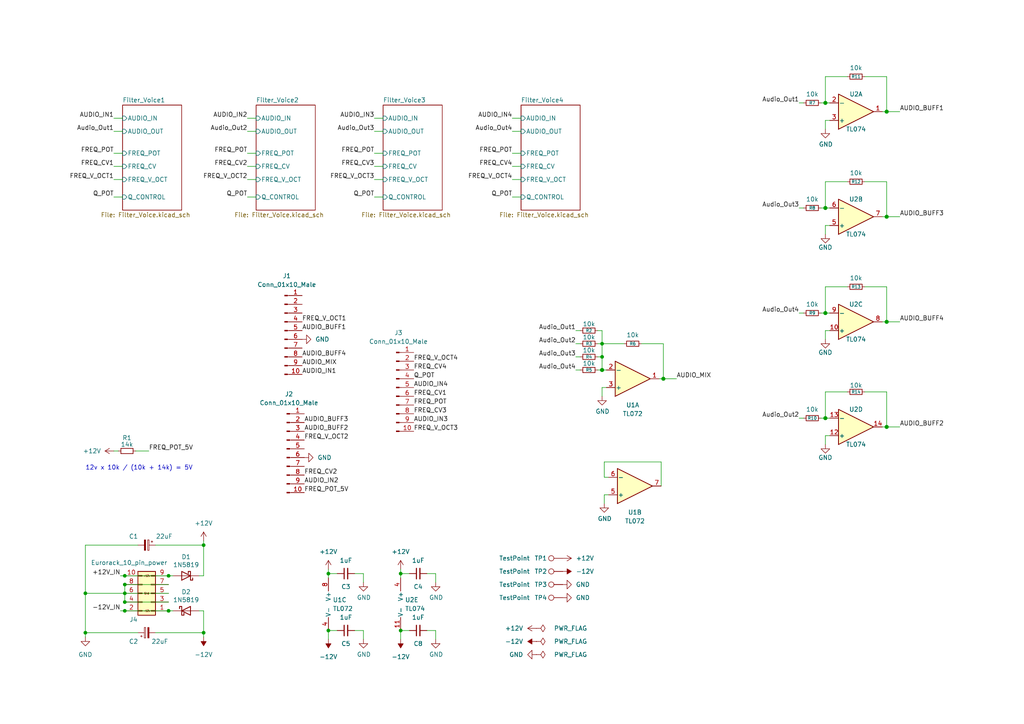
<source format=kicad_sch>
(kicad_sch (version 20211123) (generator eeschema)
  (paper "A4")
  (lib_symbols
    (symbol "Amplifier_Operational:TL072" (pin_names (offset 0.127))
      (property "Reference" "U" (at 0 5.08 0))
      (property "Value" "TL072" (at 0 -5.08 0))
      (symbol "TL072_1_1"
        (polyline (pts (xy -5.08 5.08) (xy 5.08 0) (xy -5.08 -5.08) (xy -5.08 5.08)) (stroke (width 0.254)) (fill (type background)))
        (pin output line (at 7.62 0 180) (length 2.54) (name "~") (number "1"))
        (pin input line (at -7.62 -2.54 0) (length 2.54) (name "-") (number "2"))
        (pin input line (at -7.62 2.54 0) (length 2.54) (name "+") (number "3"))
      )
      (symbol "TL072_2_1"
        (polyline (pts (xy -5.08 5.08) (xy 5.08 0) (xy -5.08 -5.08) (xy -5.08 5.08)) (stroke (width 0.254)) (fill (type background)))
        (pin input line (at -7.62 2.54 0) (length 2.54) (name "+") (number "5"))
        (pin input line (at -7.62 -2.54 0) (length 2.54) (name "-") (number "6"))
        (pin output line (at 7.62 0 180) (length 2.54) (name "~") (number "7"))
      )
      (symbol "TL072_3_1"
        (pin power_in line (at -2.54 -7.62 90) (length 3.81) (name "V-") (number "4"))
        (pin power_in line (at -2.54 7.62 270) (length 3.81) (name "V+") (number "8"))
      )
    )
    (symbol "Amplifier_Operational:TL074" (pin_names (offset 0.127))
      (property "Reference" "U" (at 0 5.08 0))
      (property "Value" "TL074" (at 0 -5.08 0))
      (symbol "TL074_1_1"
        (polyline (pts (xy -5.08 5.08) (xy 5.08 0) (xy -5.08 -5.08) (xy -5.08 5.08)) (stroke (width 0.254)) (fill (type background)))
        (pin output line (at 7.62 0 180) (length 2.54) (name "~") (number "1"))
        (pin input line (at -7.62 -2.54 0) (length 2.54) (name "-") (number "2"))
        (pin input line (at -7.62 2.54 0) (length 2.54) (name "+") (number "3"))
      )
      (symbol "TL074_2_1"
        (polyline (pts (xy -5.08 5.08) (xy 5.08 0) (xy -5.08 -5.08) (xy -5.08 5.08)) (stroke (width 0.254)) (fill (type background)))
        (pin input line (at -7.62 2.54 0) (length 2.54) (name "+") (number "5"))
        (pin input line (at -7.62 -2.54 0) (length 2.54) (name "-") (number "6"))
        (pin output line (at 7.62 0 180) (length 2.54) (name "~") (number "7"))
      )
      (symbol "TL074_3_1"
        (polyline (pts (xy -5.08 5.08) (xy 5.08 0) (xy -5.08 -5.08) (xy -5.08 5.08)) (stroke (width 0.254)) (fill (type background)))
        (pin input line (at -7.62 2.54 0) (length 2.54) (name "+") (number "10"))
        (pin output line (at 7.62 0 180) (length 2.54) (name "~") (number "8"))
        (pin input line (at -7.62 -2.54 0) (length 2.54) (name "-") (number "9"))
      )
      (symbol "TL074_4_1"
        (polyline (pts (xy -5.08 5.08) (xy 5.08 0) (xy -5.08 -5.08) (xy -5.08 5.08)) (stroke (width 0.254)) (fill (type background)))
        (pin input line (at -7.62 2.54 0) (length 2.54) (name "+") (number "12"))
        (pin input line (at -7.62 -2.54 0) (length 2.54) (name "-") (number "13"))
        (pin output line (at 7.62 0 180) (length 2.54) (name "~") (number "14"))
      )
      (symbol "TL074_5_1"
        (pin power_in line (at -2.54 -7.62 90) (length 3.81) (name "V-") (number "11"))
        (pin power_in line (at -2.54 7.62 270) (length 3.81) (name "V+") (number "4"))
      )
    )
    (symbol "Connector:Conn_01x10_Male" (pin_names (offset 1.016) hide)
      (property "Reference" "J" (at 0 12.7 0))
      (property "Value" "Conn_01x10_Male" (at 0 -15.24 0))
      (symbol "Conn_01x10_Male_1_1"
        (polyline (pts (xy 1.27 -12.7) (xy 0.8636 -12.7)) (stroke (width 0.1524)))
        (polyline (pts (xy 1.27 -10.16) (xy 0.8636 -10.16)) (stroke (width 0.1524)))
        (polyline (pts (xy 1.27 -7.62) (xy 0.8636 -7.62)) (stroke (width 0.1524)))
        (polyline (pts (xy 1.27 -5.08) (xy 0.8636 -5.08)) (stroke (width 0.1524)))
        (polyline (pts (xy 1.27 -2.54) (xy 0.8636 -2.54)) (stroke (width 0.1524)))
        (polyline (pts (xy 1.27 0) (xy 0.8636 0)) (stroke (width 0.1524)))
        (polyline (pts (xy 1.27 2.54) (xy 0.8636 2.54)) (stroke (width 0.1524)))
        (polyline (pts (xy 1.27 5.08) (xy 0.8636 5.08)) (stroke (width 0.1524)))
        (polyline (pts (xy 1.27 7.62) (xy 0.8636 7.62)) (stroke (width 0.1524)))
        (polyline (pts (xy 1.27 10.16) (xy 0.8636 10.16)) (stroke (width 0.1524)))
        (rectangle (start 0.8636 -12.573) (end 0 -12.827) (stroke (width 0.1524)) (fill (type outline)))
        (rectangle (start 0.8636 -10.033) (end 0 -10.287) (stroke (width 0.1524)) (fill (type outline)))
        (rectangle (start 0.8636 -7.493) (end 0 -7.747) (stroke (width 0.1524)) (fill (type outline)))
        (rectangle (start 0.8636 -4.953) (end 0 -5.207) (stroke (width 0.1524)) (fill (type outline)))
        (rectangle (start 0.8636 -2.413) (end 0 -2.667) (stroke (width 0.1524)) (fill (type outline)))
        (rectangle (start 0.8636 0.127) (end 0 -0.127) (stroke (width 0.1524)) (fill (type outline)))
        (rectangle (start 0.8636 2.667) (end 0 2.413) (stroke (width 0.1524)) (fill (type outline)))
        (rectangle (start 0.8636 5.207) (end 0 4.953) (stroke (width 0.1524)) (fill (type outline)))
        (rectangle (start 0.8636 7.747) (end 0 7.493) (stroke (width 0.1524)) (fill (type outline)))
        (rectangle (start 0.8636 10.287) (end 0 10.033) (stroke (width 0.1524)) (fill (type outline)))
        (pin passive line (at 5.08 10.16 180) (length 3.81) (name "Pin_1") (number "1"))
        (pin passive line (at 5.08 -12.7 180) (length 3.81) (name "Pin_10") (number "10"))
        (pin passive line (at 5.08 7.62 180) (length 3.81) (name "Pin_2") (number "2"))
        (pin passive line (at 5.08 5.08 180) (length 3.81) (name "Pin_3") (number "3"))
        (pin passive line (at 5.08 2.54 180) (length 3.81) (name "Pin_4") (number "4"))
        (pin passive line (at 5.08 0 180) (length 3.81) (name "Pin_5") (number "5"))
        (pin passive line (at 5.08 -2.54 180) (length 3.81) (name "Pin_6") (number "6"))
        (pin passive line (at 5.08 -5.08 180) (length 3.81) (name "Pin_7") (number "7"))
        (pin passive line (at 5.08 -7.62 180) (length 3.81) (name "Pin_8") (number "8"))
        (pin passive line (at 5.08 -10.16 180) (length 3.81) (name "Pin_9") (number "9"))
      )
    )
    (symbol "Connector:TestPoint" (pin_numbers hide) (pin_names (offset 0.762) hide)
      (property "Reference" "TP" (at 0 6.858 0))
      (property "Value" "TestPoint" (at 0 5.08 0))
      (symbol "TestPoint_0_1"
        (circle (center 0 3.302) (radius 0.762))
      )
      (symbol "TestPoint_1_1"
        (pin passive line (at 0 0 90) (length 2.54) (name "1") (number "1"))
      )
    )
    (symbol "Device:C_Polarized_Small" (pin_numbers hide) (pin_names (offset 0.254) hide)
      (property "Reference" "C" (at 0.254 1.778 0))
      (property "Value" "C_Polarized_Small" (at 0.254 -2.032 0))
      (symbol "C_Polarized_Small_0_1"
        (rectangle (start -1.524 -0.3048) (end 1.524 -0.6858) (fill (type outline)))
        (rectangle (start -1.524 0.6858) (end 1.524 0.3048))
        (polyline (pts (xy -1.27 1.524) (xy -0.762 1.524)))
        (polyline (pts (xy -1.016 1.27) (xy -1.016 1.778)))
      )
      (symbol "C_Polarized_Small_1_1"
        (pin passive line (at 0 2.54 270) (length 1.8542) (name "~") (number "1"))
        (pin passive line (at 0 -2.54 90) (length 1.8542) (name "~") (number "2"))
      )
    )
    (symbol "Device:C_Small" (pin_numbers hide) (pin_names (offset 0.254) hide)
      (property "Reference" "C" (at 0.254 1.778 0))
      (property "Value" "C_Small" (at 0.254 -2.032 0))
      (symbol "C_Small_0_1"
        (polyline (pts (xy -1.524 -0.508) (xy 1.524 -0.508)) (stroke (width 0.3302)))
        (polyline (pts (xy -1.524 0.508) (xy 1.524 0.508)) (stroke (width 0.3048)))
      )
      (symbol "C_Small_1_1"
        (pin passive line (at 0 2.54 270) (length 2.032) (name "~") (number "1"))
        (pin passive line (at 0 -2.54 90) (length 2.032) (name "~") (number "2"))
      )
    )
    (symbol "Device:R_Small" (pin_numbers hide) (pin_names (offset 0.254) hide)
      (property "Reference" "R" (at 0.762 0.508 0))
      (property "Value" "R_Small" (at 0.762 -1.016 0))
      (symbol "R_Small_0_1"
        (rectangle (start -0.762 1.778) (end 0.762 -1.778) (stroke (width 0.2032)))
      )
      (symbol "R_Small_1_1"
        (pin passive line (at 0 2.54 270) (length 0.762) (name "~") (number "1"))
        (pin passive line (at 0 -2.54 90) (length 0.762) (name "~") (number "2"))
      )
    )
    (symbol "Diode:1N5819" (pin_numbers hide) (pin_names (offset 1.016) hide)
      (property "Reference" "D" (at 0 2.54 0))
      (property "Value" "1N5819" (at 0 -2.54 0))
      (symbol "1N5819_0_1"
        (polyline (pts (xy 1.27 0) (xy -1.27 0)))
        (polyline (pts (xy 1.27 1.27) (xy 1.27 -1.27) (xy -1.27 0) (xy 1.27 1.27)) (stroke (width 0.254)))
        (polyline (pts (xy -1.905 0.635) (xy -1.905 1.27) (xy -1.27 1.27) (xy -1.27 -1.27) (xy -0.635 -1.27) (xy -0.635 -0.635)) (stroke (width 0.254)))
      )
      (symbol "1N5819_1_1"
        (pin passive line (at -3.81 0 0) (length 2.54) (name "K") (number "1"))
        (pin passive line (at 3.81 0 180) (length 2.54) (name "A") (number "2"))
      )
    )
    (symbol "Eurorack_Header:Eurorack_10_pin_power" (pin_names (offset 1.016) hide)
      (property "Reference" "J" (at 1.27 7.62 0))
      (property "Value" "Eurorack_10_pin_power" (at 1.27 -7.62 0))
      (symbol "Eurorack_10_pin_power_1_0"
        (text "+12v" (at 1.27 -5.08 0) (effects (font (size 0.508 0.508))))
        (text "-12v" (at 1.27 5.08 0) (effects (font (size 0.508 0.508))))
        (text "Gnd" (at 1.27 0 0) (effects (font (size 0.508 0.508))))
      )
      (symbol "Eurorack_10_pin_power_1_1"
        (rectangle (start -1.27 -4.953) (end 0 -5.207) (stroke (width 0.1524)))
        (rectangle (start -1.27 -2.413) (end 0 -2.667) (stroke (width 0.1524)))
        (rectangle (start -1.27 0.127) (end 0 -0.127) (stroke (width 0.1524)))
        (rectangle (start -1.27 2.667) (end 0 2.413) (stroke (width 0.1524)))
        (rectangle (start -1.27 5.207) (end 0 4.953) (stroke (width 0.1524)))
        (rectangle (start -1.27 6.35) (end 3.81 -6.35) (stroke (width 0.254)) (fill (type background)))
        (rectangle (start 3.81 -4.953) (end 2.54 -5.207) (stroke (width 0.1524)))
        (rectangle (start 3.81 -2.413) (end 2.54 -2.667) (stroke (width 0.1524)))
        (rectangle (start 3.81 0.127) (end 2.54 -0.127) (stroke (width 0.1524)))
        (rectangle (start 3.81 2.667) (end 2.54 2.413) (stroke (width 0.1524)))
        (rectangle (start 3.81 5.207) (end 2.54 4.953) (stroke (width 0.1524)))
        (pin power_in line (at -5.08 5.08 0) (length 3.81) (name "Pin_1") (number "1"))
        (pin passive line (at 7.62 -5.08 180) (length 3.81) (name "Pin_10") (number "10"))
        (pin passive line (at 7.62 5.08 180) (length 3.81) (name "Pin_2") (number "2"))
        (pin passive line (at -5.08 2.54 0) (length 3.81) (name "Pin_3") (number "3"))
        (pin passive line (at 7.62 2.54 180) (length 3.81) (name "Pin_4") (number "4"))
        (pin power_in line (at -5.08 0 0) (length 3.81) (name "Pin_5") (number "5"))
        (pin passive line (at 7.62 0 180) (length 3.81) (name "Pin_6") (number "6"))
        (pin passive line (at -5.08 -2.54 0) (length 3.81) (name "Pin_7") (number "7"))
        (pin passive line (at 7.62 -2.54 180) (length 3.81) (name "Pin_8") (number "8"))
        (pin power_in line (at -5.08 -5.08 0) (length 3.81) (name "Pin_9") (number "9"))
      )
    )
    (symbol "power:+12V" (power) (pin_names (offset 0))
      (property "Value" "+12V" (at 0 3.556 0))
      (symbol "+12V_0_1"
        (polyline (pts (xy -0.762 1.27) (xy 0 2.54)))
        (polyline (pts (xy 0 0) (xy 0 2.54)))
        (polyline (pts (xy 0 2.54) (xy 0.762 1.27)))
      )
      (symbol "+12V_1_1"
        (pin power_in line (at 0 0 90) (length 0) hide (name "+12V") (number "1"))
      )
    )
    (symbol "power:-12V" (power) (pin_names (offset 0))
      (property "Value" "-12V" (at 0 3.81 0))
      (symbol "-12V_0_0"
        (pin power_in line (at 0 0 90) (length 0) hide (name "-12V") (number "1"))
      )
      (symbol "-12V_0_1"
        (polyline (pts (xy 0 0) (xy 0 1.27) (xy 0.762 1.27) (xy 0 2.54) (xy -0.762 1.27) (xy 0 1.27)) (fill (type outline)))
      )
    )
    (symbol "power:GND" (power) (pin_names (offset 0))
      (property "Value" "GND" (at 0 -3.81 0))
      (symbol "GND_0_1"
        (polyline (pts (xy 0 0) (xy 0 -1.27) (xy 1.27 -1.27) (xy 0 -2.54) (xy -1.27 -1.27) (xy 0 -1.27)))
      )
      (symbol "GND_1_1"
        (pin power_in line (at 0 0 270) (length 0) hide (name "GND") (number "1"))
      )
    )
    (symbol "power:PWR_FLAG" (power) (pin_numbers hide) (pin_names (offset 0) hide)
      (property "Value" "PWR_FLAG" (at 0 3.81 0))
      (symbol "PWR_FLAG_0_0"
        (pin power_out line (at 0 0 90) (length 0) (name "pwr") (number "1"))
      )
      (symbol "PWR_FLAG_0_1"
        (polyline (pts (xy 0 0) (xy 0 1.27) (xy -1.016 1.905) (xy 0 2.54) (xy 1.016 1.905) (xy 0 1.27)))
      )
    )
  )
  (junction (at 95.25 182.88))
  (junction (at 36.195 172.085))
  (junction (at 48.895 177.165))
  (junction (at 116.205 166.37))
  (junction (at 59.055 183.515))
  (junction (at 239.395 90.805) (diameter 1.016))
  (junction (at 95.25 166.37))
  (junction (at 36.195 167.005))
  (junction (at 257.175 62.865) (diameter 1.016))
  (junction (at 239.395 29.845) (diameter 1.016))
  (junction (at 36.195 177.165))
  (junction (at 174.625 103.505))
  (junction (at 192.405 109.855) (diameter 1.016))
  (junction (at 174.625 107.315) (diameter 1.016))
  (junction (at 36.195 174.625))
  (junction (at 116.205 182.88))
  (junction (at 239.395 60.325) (diameter 1.016))
  (junction (at 239.395 121.285) (diameter 1.016))
  (junction (at 174.625 99.695))
  (junction (at 59.055 158.115))
  (junction (at 24.765 183.515))
  (junction (at 257.175 93.345) (diameter 1.016))
  (junction (at 36.195 169.545))
  (junction (at 257.175 123.825) (diameter 1.016))
  (junction (at 24.765 172.085))
  (junction (at 48.895 167.005))
  (junction (at 257.175 32.385) (diameter 1.016))
  (wire (pts (xy 123.825 182.88) (xy 126.365 182.88)))
  (wire (pts (xy 74.295 38.1) (xy 71.755 38.1)))
  (wire (pts (xy 33.02 52.07) (xy 35.56 52.07)))
  (wire (pts (xy 255.905 123.825) (xy 257.175 123.825)))
  (wire (pts (xy 102.87 166.37) (xy 105.41 166.37)))
  (wire (pts (xy 71.755 34.29) (xy 74.295 34.29)))
  (wire (pts (xy 173.355 103.505) (xy 174.625 103.505)))
  (wire (pts (xy 239.395 52.705) (xy 239.395 60.325)))
  (wire (pts (xy 116.205 165.1) (xy 116.205 166.37)))
  (wire (pts (xy 116.205 182.88) (xy 118.745 182.88)))
  (wire (pts (xy 33.02 44.45) (xy 35.56 44.45)))
  (wire (pts (xy 257.175 123.825) (xy 260.985 123.825)))
  (wire (pts (xy 45.085 158.115) (xy 59.055 158.115)))
  (wire (pts (xy 238.125 60.325) (xy 239.395 60.325)))
  (wire (pts (xy 239.395 65.405) (xy 239.395 67.945)))
  (wire (pts (xy 116.205 185.42) (xy 116.205 182.88)))
  (wire (pts (xy 174.625 99.695) (xy 180.975 99.695)))
  (wire (pts (xy 191.77 133.985) (xy 191.77 140.97)))
  (wire (pts (xy 34.925 177.165) (xy 36.195 177.165)))
  (wire (pts (xy 175.26 143.51) (xy 175.26 146.05)))
  (wire (pts (xy 33.02 48.26) (xy 35.56 48.26)))
  (wire (pts (xy 24.765 158.115) (xy 40.005 158.115)))
  (wire (pts (xy 95.25 182.88) (xy 97.79 182.88)))
  (wire (pts (xy 238.125 90.805) (xy 239.395 90.805)))
  (wire (pts (xy 174.625 99.695) (xy 174.625 103.505)))
  (wire (pts (xy 255.905 93.345) (xy 257.175 93.345)))
  (wire (pts (xy 108.585 48.26) (xy 111.125 48.26)))
  (wire (pts (xy 48.895 174.625) (xy 36.195 174.625)))
  (wire (pts (xy 24.765 172.085) (xy 24.765 183.515)))
  (wire (pts (xy 239.395 22.225) (xy 239.395 29.845)))
  (wire (pts (xy 174.625 112.395) (xy 174.625 114.935)))
  (wire (pts (xy 116.205 166.37) (xy 118.745 166.37)))
  (wire (pts (xy 33.02 57.15) (xy 35.56 57.15)))
  (wire (pts (xy 257.175 52.705) (xy 250.825 52.705)))
  (wire (pts (xy 105.41 182.88) (xy 105.41 185.42)))
  (wire (pts (xy 167.005 95.885) (xy 168.275 95.885)))
  (wire (pts (xy 239.395 34.925) (xy 239.395 37.465)))
  (wire (pts (xy 33.02 34.29) (xy 35.56 34.29)))
  (wire (pts (xy 240.665 95.885) (xy 239.395 95.885)))
  (wire (pts (xy 173.355 99.695) (xy 174.625 99.695)))
  (wire (pts (xy 257.175 52.705) (xy 257.175 62.865)))
  (wire (pts (xy 239.395 22.225) (xy 245.745 22.225)))
  (wire (pts (xy 192.405 99.695) (xy 186.055 99.695)))
  (wire (pts (xy 24.765 172.085) (xy 36.195 172.085)))
  (wire (pts (xy 71.755 44.45) (xy 74.295 44.45)))
  (wire (pts (xy 257.175 32.385) (xy 260.985 32.385)))
  (wire (pts (xy 59.055 167.005) (xy 59.055 158.115)))
  (wire (pts (xy 148.59 57.15) (xy 151.13 57.15)))
  (wire (pts (xy 239.395 126.365) (xy 239.395 128.905)))
  (wire (pts (xy 257.175 113.665) (xy 257.175 123.825)))
  (wire (pts (xy 105.41 166.37) (xy 105.41 168.91)))
  (wire (pts (xy 59.055 183.515) (xy 59.055 184.785)))
  (wire (pts (xy 34.925 167.005) (xy 36.195 167.005)))
  (wire (pts (xy 257.175 62.865) (xy 260.985 62.865)))
  (wire (pts (xy 36.195 167.005) (xy 48.895 167.005)))
  (wire (pts (xy 48.895 167.005) (xy 50.165 167.005)))
  (wire (pts (xy 167.005 107.315) (xy 168.275 107.315)))
  (wire (pts (xy 257.175 22.225) (xy 257.175 32.385)))
  (wire (pts (xy 108.585 44.45) (xy 111.125 44.45)))
  (wire (pts (xy 45.085 183.515) (xy 59.055 183.515)))
  (wire (pts (xy 24.765 184.785) (xy 24.765 183.515)))
  (wire (pts (xy 239.395 60.325) (xy 240.665 60.325)))
  (wire (pts (xy 48.895 177.165) (xy 50.165 177.165)))
  (wire (pts (xy 257.175 83.185) (xy 250.825 83.185)))
  (wire (pts (xy 59.055 177.165) (xy 59.055 183.515)))
  (wire (pts (xy 192.405 99.695) (xy 192.405 109.855)))
  (wire (pts (xy 255.905 62.865) (xy 257.175 62.865)))
  (wire (pts (xy 239.395 29.845) (xy 240.665 29.845)))
  (wire (pts (xy 24.765 158.115) (xy 24.765 172.085)))
  (wire (pts (xy 167.005 103.505) (xy 168.275 103.505)))
  (wire (pts (xy 173.355 95.885) (xy 174.625 95.885)))
  (wire (pts (xy 71.755 48.26) (xy 74.295 48.26)))
  (wire (pts (xy 43.18 130.81) (xy 39.37 130.81)))
  (wire (pts (xy 148.59 52.07) (xy 151.13 52.07)))
  (wire (pts (xy 35.56 38.1) (xy 33.02 38.1)))
  (wire (pts (xy 36.195 169.545) (xy 36.195 172.085)))
  (wire (pts (xy 239.395 95.885) (xy 239.395 98.425)))
  (wire (pts (xy 239.395 83.185) (xy 245.745 83.185)))
  (wire (pts (xy 175.895 112.395) (xy 174.625 112.395)))
  (wire (pts (xy 167.005 99.695) (xy 168.275 99.695)))
  (wire (pts (xy 174.625 95.885) (xy 174.625 99.695)))
  (wire (pts (xy 255.905 32.385) (xy 257.175 32.385)))
  (wire (pts (xy 231.775 90.805) (xy 233.045 90.805)))
  (wire (pts (xy 148.59 34.29) (xy 151.13 34.29)))
  (wire (pts (xy 36.195 172.085) (xy 36.195 174.625)))
  (wire (pts (xy 240.665 34.925) (xy 239.395 34.925)))
  (wire (pts (xy 239.395 90.805) (xy 240.665 90.805)))
  (wire (pts (xy 126.365 166.37) (xy 126.365 168.91)))
  (wire (pts (xy 151.13 38.1) (xy 148.59 38.1)))
  (wire (pts (xy 239.395 113.665) (xy 239.395 121.285)))
  (wire (pts (xy 111.125 38.1) (xy 108.585 38.1)))
  (wire (pts (xy 71.755 57.15) (xy 74.295 57.15)))
  (wire (pts (xy 257.175 22.225) (xy 250.825 22.225)))
  (wire (pts (xy 108.585 34.29) (xy 111.125 34.29)))
  (wire (pts (xy 59.055 156.845) (xy 59.055 158.115)))
  (wire (pts (xy 239.395 52.705) (xy 245.745 52.705)))
  (wire (pts (xy 231.775 60.325) (xy 233.045 60.325)))
  (wire (pts (xy 48.895 169.545) (xy 36.195 169.545)))
  (wire (pts (xy 95.25 165.1) (xy 95.25 166.37)))
  (wire (pts (xy 173.355 107.315) (xy 174.625 107.315)))
  (wire (pts (xy 174.625 107.315) (xy 175.895 107.315)))
  (wire (pts (xy 176.53 138.43) (xy 175.26 138.43)))
  (wire (pts (xy 231.775 121.285) (xy 233.045 121.285)))
  (wire (pts (xy 108.585 52.07) (xy 111.125 52.07)))
  (wire (pts (xy 238.125 121.285) (xy 239.395 121.285)))
  (wire (pts (xy 239.395 83.185) (xy 239.395 90.805)))
  (wire (pts (xy 57.785 177.165) (xy 59.055 177.165)))
  (wire (pts (xy 148.59 44.45) (xy 151.13 44.45)))
  (wire (pts (xy 24.765 183.515) (xy 40.005 183.515)))
  (wire (pts (xy 116.205 166.37) (xy 116.205 167.64)))
  (wire (pts (xy 231.775 29.845) (xy 233.045 29.845)))
  (wire (pts (xy 36.195 177.165) (xy 48.895 177.165)))
  (wire (pts (xy 33.02 130.81) (xy 34.29 130.81)))
  (wire (pts (xy 57.785 167.005) (xy 59.055 167.005)))
  (wire (pts (xy 192.405 109.855) (xy 196.215 109.855)))
  (wire (pts (xy 257.175 83.185) (xy 257.175 93.345)))
  (wire (pts (xy 148.59 48.26) (xy 151.13 48.26)))
  (wire (pts (xy 95.25 185.42) (xy 95.25 182.88)))
  (wire (pts (xy 174.625 103.505) (xy 174.625 107.315)))
  (wire (pts (xy 126.365 182.88) (xy 126.365 185.42)))
  (wire (pts (xy 191.135 109.855) (xy 192.405 109.855)))
  (wire (pts (xy 95.25 166.37) (xy 95.25 167.64)))
  (wire (pts (xy 36.195 172.085) (xy 48.895 172.085)))
  (wire (pts (xy 175.26 133.985) (xy 191.77 133.985)))
  (wire (pts (xy 257.175 93.345) (xy 260.985 93.345)))
  (wire (pts (xy 175.26 138.43) (xy 175.26 133.985)))
  (wire (pts (xy 102.87 182.88) (xy 105.41 182.88)))
  (wire (pts (xy 95.25 166.37) (xy 97.79 166.37)))
  (wire (pts (xy 257.175 113.665) (xy 250.825 113.665)))
  (wire (pts (xy 238.125 29.845) (xy 239.395 29.845)))
  (wire (pts (xy 176.53 143.51) (xy 175.26 143.51)))
  (wire (pts (xy 240.665 126.365) (xy 239.395 126.365)))
  (wire (pts (xy 239.395 113.665) (xy 245.745 113.665)))
  (wire (pts (xy 108.585 57.15) (xy 111.125 57.15)))
  (wire (pts (xy 71.755 52.07) (xy 74.295 52.07)))
  (wire (pts (xy 239.395 121.285) (xy 240.665 121.285)))
  (wire (pts (xy 123.825 166.37) (xy 126.365 166.37)))
  (wire (pts (xy 240.665 65.405) (xy 239.395 65.405)))
  (text "12v x 10k / (10k + 14k) = 5V" (at 24.765 136.525 0) (effects (font (size 1.27 1.27)) (justify left bottom)))
  (label "AUDIO_BUFF3" (at 260.985 62.865 0))
  (label "FREQ_V_OCT4" (at 148.59 52.07 180))
  (label "FREQ_POT_5V" (at 88.265 142.875 0))
  (label "Audio_Out2" (at 231.775 121.285 180))
  (label "FREQ_V_OCT2" (at 88.265 127.635 0))
  (label "AUDIO_IN3" (at 120.015 122.555 0))
  (label "FREQ_V_OCT2" (at 71.755 52.07 180))
  (label "AUDIO_IN4" (at 120.015 112.395 0))
  (label "FREQ_CV1" (at 33.02 48.26 180))
  (label "FREQ_V_OCT4" (at 120.015 104.775 0))
  (label "FREQ_CV3" (at 120.015 120.015 0))
  (label "Q_POT" (at 33.02 57.15 180))
  (label "Audio_Out1" (at 33.02 38.1 180))
  (label "Audio_Out4" (at 167.005 107.315 180))
  (label "AUDIO_BUFF2" (at 88.265 125.095 0))
  (label "AUDIO_IN1" (at 33.02 34.29 180))
  (label "Audio_Out3" (at 231.775 60.325 180))
  (label "FREQ_POT" (at 33.02 44.45 180))
  (label "Audio_Out1" (at 231.775 29.845 180))
  (label "Q_POT" (at 71.755 57.15 180))
  (label "+12V_IN" (at 34.925 167.005 180))
  (label "AUDIO_BUFF1" (at 87.63 95.885 0))
  (label "AUDIO_IN2" (at 88.265 140.335 0))
  (label "FREQ_CV2" (at 88.265 137.795 0))
  (label "Audio_Out3" (at 167.005 103.505 180))
  (label "FREQ_POT" (at 148.59 44.45 180))
  (label "FREQ_CV1" (at 120.015 114.935 0))
  (label "FREQ_V_OCT1" (at 87.63 93.345 0))
  (label "FREQ_V_OCT3" (at 108.585 52.07 180))
  (label "AUDIO_IN2" (at 71.755 34.29 180))
  (label "AUDIO_MIX" (at 87.63 106.045 0))
  (label "AUDIO_BUFF3" (at 88.265 122.555 0))
  (label "AUDIO_IN1" (at 87.63 108.585 0))
  (label "Audio_Out4" (at 231.775 90.805 180))
  (label "Q_POT" (at 108.585 57.15 180))
  (label "Audio_Out1" (at 167.005 95.885 180))
  (label "Q_POT" (at 148.59 57.15 180))
  (label "FREQ_POT" (at 108.585 44.45 180))
  (label "FREQ_CV3" (at 108.585 48.26 180))
  (label "FREQ_CV4" (at 148.59 48.26 180))
  (label "Q_POT" (at 120.015 109.855 0))
  (label "AUDIO_MIX" (at 196.215 109.855 0))
  (label "AUDIO_BUFF2" (at 260.985 123.825 0))
  (label "-12V_IN" (at 34.925 177.165 180))
  (label "AUDIO_BUFF4" (at 87.63 103.505 0))
  (label "FREQ_CV4" (at 120.015 107.315 0))
  (label "AUDIO_IN4" (at 148.59 34.29 180))
  (label "FREQ_V_OCT3" (at 120.015 125.095 0))
  (label "AUDIO_BUFF4" (at 260.985 93.345 0))
  (label "AUDIO_BUFF1" (at 260.985 32.385 0))
  (label "FREQ_POT" (at 120.015 117.475 0))
  (label "Audio_Out2" (at 167.005 99.695 180))
  (label "FREQ_V_OCT1" (at 33.02 52.07 180))
  (label "FREQ_POT" (at 71.755 44.45 180))
  (label "Audio_Out2" (at 71.755 38.1 180))
  (label "AUDIO_IN3" (at 108.585 34.29 180))
  (label "Audio_Out4" (at 148.59 38.1 180))
  (label "Audio_Out3" (at 108.585 38.1 180))
  (label "FREQ_POT_5V" (at 43.18 130.81 0))
  (label "FREQ_CV2" (at 71.755 48.26 180))
  (symbol (lib_id "power:GND") (at 24.765 184.785 0) (unit 1)
    (property "Reference" "#PWR01" (effects hide))
    (property "Value" "GND" (at 24.765 189.865 0))
  )
  (symbol (lib_id "power:GND") (at 163.195 169.545 90) (unit 1)
    (property "Reference" "#PWR018" (effects hide))
    (property "Value" "GND" (at 167.005 169.5449 90) (effects (justify right)))
  )
  (symbol (lib_id "Amplifier_Operational:TL072") (at 183.515 109.855 0) (mirror x) (unit 1)
    (property "Reference" "U1" (at 183.515 117.475 0))
    (property "Value" "TL072" (at 183.515 120.015 0))
    (property "Footprint" "Package_SO:SO-8_3.9x4.9mm_P1.27mm" (effects hide))
    (property "Datasheet" "http://www.ti.com/lit/ds/symlink/tl071.pdf" (effects hide))
  )
  (symbol (lib_id "Connector:TestPoint") (at 163.195 169.545 90) (unit 1)
    (property "Reference" "TP3" (at 156.845 169.545 90))
    (property "Value" "TestPoint" (at 149.225 169.545 90))
    (property "Footprint" "Custom_Footprints:1.3mm_Test_Point" (effects hide))
  )
  (symbol (lib_id "power:-12V") (at 59.055 184.785 180) (unit 1)
    (property "Reference" "#PWR04" (effects hide))
    (property "Value" "-12V" (at 59.055 189.865 0))
  )
  (symbol (lib_id "power:GND") (at 174.625 114.935 0) (unit 1)
    (property "Reference" "#PWR020" (effects hide))
    (property "Value" "GND" (at 174.752 119.3292 0))
  )
  (symbol (lib_id "power:GND") (at 239.395 37.465 0) (unit 1)
    (property "Reference" "#PWR022" (effects hide))
    (property "Value" "GND" (at 239.522 41.8592 0))
  )
  (symbol (lib_id "power:GND") (at 239.395 67.945 0) (unit 1)
    (property "Reference" "#PWR023" (effects hide))
    (property "Value" "GND" (at 239.395 71.755 0))
  )
  (symbol (lib_id "Device:C_Polarized_Small") (at 42.545 158.115 270) (unit 1)
    (property "Reference" "C1" (at 38.735 155.575 90))
    (property "Value" "22uF" (at 47.625 155.575 90))
    (property "Footprint" "Capacitor_SMD:CP_Elec_4x5.8" (effects hide))
    (property "Part_Number" "C134798" (effects hide))
    (property "Rotation" "360" (effects hide))
  )
  (symbol (lib_id "power:GND") (at 155.575 189.865 270) (unit 1)
    (property "Reference" "#PWR015" (effects hide))
    (property "Value" "GND" (at 151.765 189.8649 90) (effects (justify right)))
  )
  (symbol (lib_id "Amplifier_Operational:TL074") (at 248.285 32.385 0) (mirror x) (unit 1)
    (property "Reference" "U2" (at 248.285 27.305 0))
    (property "Value" "TL074" (at 248.285 37.465 0))
    (property "Footprint" "Package_SO:SOIC-14_3.9x8.7mm_P1.27mm" (effects hide))
    (property "Datasheet" "http://www.ti.com/lit/ds/symlink/tl071.pdf" (effects hide))
  )
  (symbol (lib_id "Device:R_Small") (at 170.815 103.505 270) (unit 1)
    (property "Reference" "R4" (at 170.815 103.505 90) (effects (font (size 0.889 0.889))))
    (property "Value" "10k" (at 170.815 101.6 90))
    (property "Footprint" "Resistor_SMD:R_0603_1608Metric_Pad0.98x0.95mm_HandSolder" (effects hide))
    (property "Part_Number" "C25804" (effects hide))
  )
  (symbol (lib_id "Diode:1N5819") (at 53.975 167.005 180) (unit 1)
    (property "Reference" "D1" (at 53.975 161.5186 0))
    (property "Value" "1N5819" (at 53.975 163.83 0))
    (property "Footprint" "Diode_SMD:D_SOD-123" (effects hide))
    (property "Datasheet" "https://datasheet.lcsc.com/szlcsc/Changjiang-Electronics-Tech-CJ-B5819W_C8598.pdf" (effects hide))
    (property "Part_Number" "C8598" (effects hide))
  )
  (symbol (lib_id "Device:R_Small") (at 170.815 99.695 270) (unit 1)
    (property "Reference" "R3" (at 170.815 99.695 90) (effects (font (size 0.889 0.889))))
    (property "Value" "10k" (at 170.815 97.79 90))
    (property "Footprint" "Resistor_SMD:R_0603_1608Metric_Pad0.98x0.95mm_HandSolder" (effects hide))
    (property "Part_Number" "C25804" (effects hide))
  )
  (symbol (lib_id "Connector:Conn_01x10_Male") (at 83.185 130.175 0) (unit 1)
    (property "Reference" "J2" (at 83.82 114.3 0))
    (property "Value" "Conn_01x10_Male" (at 83.82 116.84 0))
    (property "Footprint" "Connector_PinHeader_2.54mm:PinHeader_1x10_P2.54mm_Vertical" (effects hide))
  )
  (symbol (lib_id "Device:R_Small") (at 170.815 95.885 270) (unit 1)
    (property "Reference" "R2" (at 170.815 95.885 90) (effects (font (size 0.889 0.889))))
    (property "Value" "10k" (at 170.815 93.98 90))
    (property "Footprint" "Resistor_SMD:R_0603_1608Metric_Pad0.98x0.95mm_HandSolder" (effects hide))
    (property "Part_Number" "C25804" (effects hide))
  )
  (symbol (lib_id "power:GND") (at 105.41 168.91 0) (unit 1)
    (property "Reference" "#PWR09" (effects hide))
    (property "Value" "GND" (at 105.537 173.3042 0))
  )
  (symbol (lib_id "Amplifier_Operational:TL074") (at 113.665 175.26 0) (mirror y) (unit 5)
    (property "Reference" "U2" (at 117.475 173.9899 0) (effects (justify right)))
    (property "Value" "TL074" (at 117.475 176.5299 0) (effects (justify right)))
    (property "Footprint" "Package_SO:SOIC-14_3.9x8.7mm_P1.27mm" (effects hide))
    (property "Datasheet" "http://www.ti.com/lit/ds/symlink/tl071.pdf" (effects hide))
  )
  (symbol (lib_id "power:+12V") (at 59.055 156.845 0) (unit 1)
    (property "Reference" "#PWR03" (effects hide))
    (property "Value" "+12V" (at 59.055 151.765 0))
  )
  (symbol (lib_id "power:GND") (at 88.265 132.715 90) (unit 1)
    (property "Reference" "#PWR06" (effects hide))
    (property "Value" "GND" (at 92.075 132.7149 90) (effects (justify right)))
  )
  (symbol (lib_id "Device:R_Small") (at 235.585 90.805 270) (unit 1)
    (property "Reference" "R9" (at 235.585 90.805 90) (effects (font (size 0.889 0.889))))
    (property "Value" "10k" (at 235.585 88.265 90))
    (property "Footprint" "Resistor_SMD:R_0603_1608Metric_Pad0.98x0.95mm_HandSolder" (effects hide))
    (property "Part_Number" "C25804" (effects hide))
  )
  (symbol (lib_id "Device:R_Small") (at 248.285 22.225 270) (unit 1)
    (property "Reference" "R11" (at 248.285 22.225 90) (effects (font (size 0.889 0.889))))
    (property "Value" "10k" (at 248.285 19.685 90))
    (property "Footprint" "Resistor_SMD:R_0603_1608Metric_Pad0.98x0.95mm_HandSolder" (effects hide))
    (property "Part_Number" "C25804" (effects hide))
  )
  (symbol (lib_id "Device:R_Small") (at 170.815 107.315 270) (unit 1)
    (property "Reference" "R5" (at 170.815 107.315 90) (effects (font (size 0.889 0.889))))
    (property "Value" "10k" (at 170.815 105.41 90))
    (property "Footprint" "Resistor_SMD:R_0603_1608Metric_Pad0.98x0.95mm_HandSolder" (effects hide))
    (property "Part_Number" "C25804" (effects hide))
  )
  (symbol (lib_id "power:-12V") (at 155.575 186.055 90) (unit 1)
    (property "Reference" "#PWR014" (effects hide))
    (property "Value" "-12V" (at 151.765 186.0549 90) (effects (justify left)))
  )
  (symbol (lib_id "Device:C_Small") (at 121.285 182.88 90) (unit 1)
    (property "Reference" "C8" (at 121.285 186.69 90))
    (property "Value" "1uF" (at 121.2913 179.07 90))
    (property "Footprint" "Capacitor_SMD:C_0603_1608Metric_Pad1.08x0.95mm_HandSolder" (effects hide))
  )
  (symbol (lib_id "power:+12V") (at 163.195 161.925 270) (mirror x) (unit 1)
    (property "Reference" "#PWR016" (effects hide))
    (property "Value" "+12V" (at 167.005 161.9249 90) (effects (justify left)))
  )
  (symbol (lib_id "Connector:TestPoint") (at 163.195 165.735 90) (unit 1)
    (property "Reference" "TP2" (at 156.845 165.735 90))
    (property "Value" "TestPoint" (at 149.225 165.735 90))
    (property "Footprint" "Custom_Footprints:1.3mm_Test_Point" (effects hide))
  )
  (symbol (lib_id "power:-12V") (at 163.195 165.735 270) (unit 1)
    (property "Reference" "#PWR017" (effects hide))
    (property "Value" "-12V" (at 167.005 165.7349 90) (effects (justify left)))
  )
  (symbol (lib_id "power:+12V") (at 155.575 182.245 90) (mirror x) (unit 1)
    (property "Reference" "#PWR013" (effects hide))
    (property "Value" "+12V" (at 151.765 182.2449 90) (effects (justify left)))
  )
  (symbol (lib_id "power:GND") (at 175.26 146.05 0) (unit 1)
    (property "Reference" "#PWR021" (effects hide))
    (property "Value" "GND" (at 175.387 150.4442 0))
  )
  (symbol (lib_id "Connector:Conn_01x10_Male") (at 82.55 95.885 0) (unit 1)
    (property "Reference" "J1" (at 83.185 80.01 0))
    (property "Value" "Conn_01x10_Male" (at 83.185 82.55 0))
    (property "Footprint" "Connector_PinHeader_2.54mm:PinHeader_1x10_P2.54mm_Vertical" (effects hide))
  )
  (symbol (lib_id "Eurorack_Header:Eurorack_10_pin_power") (at 43.815 172.085 180) (unit 1)
    (property "Reference" "J4" (at 38.735 179.705 0))
    (property "Value" "Eurorack_10_pin_power" (at 37.465 163.195 0))
    (property "Footprint" "Custom_Footprints:Eurorack_10_pin_header" (effects hide))
  )
  (symbol (lib_id "Diode:1N5819") (at 53.975 177.165 0) (unit 1)
    (property "Reference" "D2" (at 53.975 171.6786 0))
    (property "Value" "1N5819" (at 53.975 173.99 0))
    (property "Footprint" "Diode_SMD:D_SOD-123" (effects hide))
    (property "Datasheet" "https://datasheet.lcsc.com/szlcsc/Changjiang-Electronics-Tech-CJ-B5819W_C8598.pdf" (effects hide))
    (property "Part_Number" "C8598" (effects hide))
  )
  (symbol (lib_id "power:PWR_FLAG") (at 155.575 189.865 270) (unit 1)
    (property "Reference" "#FLG03" (effects hide))
    (property "Value" "PWR_FLAG" (at 160.655 189.8649 90) (effects (justify left)))
  )
  (symbol (lib_id "Device:R_Small") (at 235.585 60.325 270) (unit 1)
    (property "Reference" "R8" (at 235.585 60.325 90) (effects (font (size 0.889 0.889))))
    (property "Value" "10k" (at 235.585 57.785 90))
    (property "Footprint" "Resistor_SMD:R_0603_1608Metric_Pad0.98x0.95mm_HandSolder" (effects hide))
    (property "Part_Number" "C25804" (effects hide))
  )
  (symbol (lib_id "power:GND") (at 239.395 98.425 0) (unit 1)
    (property "Reference" "#PWR024" (effects hide))
    (property "Value" "GND" (at 239.395 102.235 0))
  )
  (symbol (lib_id "Device:R_Small") (at 235.585 121.285 270) (unit 1)
    (property "Reference" "R10" (at 235.585 121.285 90) (effects (font (size 0.889 0.889))))
    (property "Value" "10k" (at 235.585 118.745 90))
    (property "Footprint" "Resistor_SMD:R_0603_1608Metric_Pad0.98x0.95mm_HandSolder" (effects hide))
    (property "Part_Number" "C25804" (effects hide))
  )
  (symbol (lib_id "power:GND") (at 105.41 185.42 0) (unit 1)
    (property "Reference" "#PWR011" (effects hide))
    (property "Value" "GND" (at 105.537 189.8142 0))
  )
  (symbol (lib_id "Device:C_Small") (at 100.33 166.37 90) (unit 1)
    (property "Reference" "C3" (at 100.33 170.18 90))
    (property "Value" "1uF" (at 100.3363 162.56 90))
    (property "Footprint" "Capacitor_SMD:C_0603_1608Metric_Pad1.08x0.95mm_HandSolder" (effects hide))
  )
  (symbol (lib_id "Amplifier_Operational:TL072") (at 92.71 175.26 0) (mirror y) (unit 3)
    (property "Reference" "U1" (at 96.52 173.9899 0) (effects (justify right)))
    (property "Value" "TL072" (at 96.52 176.5299 0) (effects (justify right)))
    (property "Footprint" "Package_SO:SO-8_3.9x4.9mm_P1.27mm" (effects hide))
    (property "Datasheet" "http://www.ti.com/lit/ds/symlink/tl071.pdf" (effects hide))
  )
  (symbol (lib_id "Amplifier_Operational:TL074") (at 248.285 123.825 0) (mirror x) (unit 4)
    (property "Reference" "U2" (at 248.285 118.745 0))
    (property "Value" "TL074" (at 248.285 128.905 0))
    (property "Footprint" "Package_SO:SOIC-14_3.9x8.7mm_P1.27mm" (effects hide))
    (property "Datasheet" "http://www.ti.com/lit/ds/symlink/tl071.pdf" (effects hide))
  )
  (symbol (lib_id "Device:C_Small") (at 100.33 182.88 90) (unit 1)
    (property "Reference" "C5" (at 100.33 186.69 90))
    (property "Value" "1uF" (at 100.3363 179.07 90))
    (property "Footprint" "Capacitor_SMD:C_0603_1608Metric_Pad1.08x0.95mm_HandSolder" (effects hide))
  )
  (symbol (lib_id "power:+12V") (at 95.25 165.1 0) (unit 1)
    (property "Reference" "#PWR07" (effects hide))
    (property "Value" "+12V" (at 95.25 160.02 0))
  )
  (symbol (lib_id "power:PWR_FLAG") (at 155.575 186.055 270) (unit 1)
    (property "Reference" "#FLG02" (effects hide))
    (property "Value" "PWR_FLAG" (at 160.655 186.0549 90) (effects (justify left)))
  )
  (symbol (lib_id "Device:R_Small") (at 248.285 83.185 270) (unit 1)
    (property "Reference" "R13" (at 248.285 83.185 90) (effects (font (size 0.889 0.889))))
    (property "Value" "10k" (at 248.285 80.645 90))
    (property "Footprint" "Resistor_SMD:R_0603_1608Metric_Pad0.98x0.95mm_HandSolder" (effects hide))
    (property "Part_Number" "C25804" (effects hide))
  )
  (symbol (lib_id "Device:R_Small") (at 235.585 29.845 270) (unit 1)
    (property "Reference" "R7" (at 235.585 29.845 90) (effects (font (size 0.889 0.889))))
    (property "Value" "10k" (at 235.585 27.305 90))
    (property "Footprint" "Resistor_SMD:R_0603_1608Metric_Pad0.98x0.95mm_HandSolder" (effects hide))
    (property "Part_Number" "C25804" (effects hide))
  )
  (symbol (lib_id "power:-12V") (at 95.25 185.42 180) (unit 1)
    (property "Reference" "#PWR08" (effects hide))
    (property "Value" "-12V" (at 95.25 190.5 0))
  )
  (symbol (lib_id "Amplifier_Operational:TL072") (at 184.15 140.97 0) (mirror x) (unit 2)
    (property "Reference" "U1" (at 184.15 148.59 0))
    (property "Value" "TL072" (at 184.15 151.13 0))
    (property "Footprint" "Package_SO:SO-8_3.9x4.9mm_P1.27mm" (effects hide))
    (property "Datasheet" "http://www.ti.com/lit/ds/symlink/tl071.pdf" (effects hide))
  )
  (symbol (lib_id "Device:R_Small") (at 248.285 113.665 270) (unit 1)
    (property "Reference" "R14" (at 248.285 113.665 90) (effects (font (size 0.889 0.889))))
    (property "Value" "10k" (at 248.285 111.76 90))
    (property "Footprint" "Resistor_SMD:R_0603_1608Metric_Pad0.98x0.95mm_HandSolder" (effects hide))
    (property "Part_Number" "C25804" (effects hide))
  )
  (symbol (lib_id "power:-12V") (at 116.205 185.42 180) (unit 1)
    (property "Reference" "#PWR078" (effects hide))
    (property "Value" "-12V" (at 116.205 190.5 0))
  )
  (symbol (lib_id "Device:R_Small") (at 248.285 52.705 270) (unit 1)
    (property "Reference" "R12" (at 248.285 52.705 90) (effects (font (size 0.889 0.889))))
    (property "Value" "10k" (at 248.285 50.165 90))
    (property "Footprint" "Resistor_SMD:R_0603_1608Metric_Pad0.98x0.95mm_HandSolder" (effects hide))
    (property "Part_Number" "C25804" (effects hide))
  )
  (symbol (lib_id "Amplifier_Operational:TL074") (at 248.285 93.345 0) (mirror x) (unit 3)
    (property "Reference" "U2" (at 248.285 88.265 0))
    (property "Value" "TL074" (at 248.285 98.425 0))
    (property "Footprint" "Package_SO:SOIC-14_3.9x8.7mm_P1.27mm" (effects hide))
    (property "Datasheet" "http://www.ti.com/lit/ds/symlink/tl071.pdf" (effects hide))
  )
  (symbol (lib_id "Connector:TestPoint") (at 163.195 161.925 90) (unit 1)
    (property "Reference" "TP1" (at 156.845 161.925 90))
    (property "Value" "TestPoint" (at 149.225 161.925 90))
    (property "Footprint" "Custom_Footprints:1.3mm_Test_Point" (effects hide))
  )
  (symbol (lib_id "Device:C_Polarized_Small") (at 42.545 183.515 90) (unit 1)
    (property "Reference" "C2" (at 38.735 186.055 90))
    (property "Value" "22uF" (at 46.355 186.055 90))
    (property "Footprint" "Capacitor_SMD:CP_Elec_4x5.8" (effects hide))
    (property "Part_Number" "C134793" (effects hide))
    (property "Rotation" "270" (effects hide))
  )
  (symbol (lib_id "power:GND") (at 239.395 128.905 0) (unit 1)
    (property "Reference" "#PWR025" (effects hide))
    (property "Value" "GND" (at 239.395 132.715 0))
  )
  (symbol (lib_id "power:GND") (at 126.365 185.42 0) (unit 1)
    (property "Reference" "#PWR079" (effects hide))
    (property "Value" "GND" (at 126.492 189.8142 0))
  )
  (symbol (lib_id "Device:R_Small") (at 36.83 130.81 90) (unit 1)
    (property "Reference" "R1" (at 36.83 127 90))
    (property "Value" "14k" (at 36.83 128.905 90))
    (property "Footprint" "Resistor_SMD:R_0603_1608Metric_Pad0.98x0.95mm_HandSolder" (effects hide))
  )
  (symbol (lib_id "power:GND") (at 126.365 168.91 0) (unit 1)
    (property "Reference" "#PWR012" (effects hide))
    (property "Value" "GND" (at 126.492 173.3042 0))
  )
  (symbol (lib_id "Connector:Conn_01x10_Male") (at 114.935 112.395 0) (unit 1)
    (property "Reference" "J3" (at 115.57 96.52 0))
    (property "Value" "Conn_01x10_Male" (at 115.57 99.06 0))
    (property "Footprint" "Connector_PinHeader_2.54mm:PinHeader_1x10_P2.54mm_Vertical" (effects hide))
  )
  (symbol (lib_id "Amplifier_Operational:TL074") (at 248.285 62.865 0) (mirror x) (unit 2)
    (property "Reference" "U2" (at 248.285 57.785 0))
    (property "Value" "TL074" (at 248.285 67.945 0))
    (property "Footprint" "Package_SO:SOIC-14_3.9x8.7mm_P1.27mm" (effects hide))
    (property "Datasheet" "http://www.ti.com/lit/ds/symlink/tl071.pdf" (effects hide))
  )
  (symbol (lib_id "power:+12V") (at 33.02 130.81 90) (mirror x) (unit 1)
    (property "Reference" "#PWR02" (effects hide))
    (property "Value" "+12V" (at 26.67 130.81 90))
  )
  (symbol (lib_id "Device:C_Small") (at 121.285 166.37 90) (unit 1)
    (property "Reference" "C4" (at 121.285 170.18 90))
    (property "Value" "1uF" (at 121.2913 162.56 90))
    (property "Footprint" "Capacitor_SMD:C_0603_1608Metric_Pad1.08x0.95mm_HandSolder" (effects hide))
  )
  (symbol (lib_id "Device:R_Small") (at 183.515 99.695 270) (unit 1)
    (property "Reference" "R6" (at 183.515 99.695 90) (effects (font (size 0.889 0.889))))
    (property "Value" "10k" (at 183.515 97.155 90))
    (property "Footprint" "Resistor_SMD:R_0603_1608Metric_Pad0.98x0.95mm_HandSolder" (effects hide))
    (property "Part_Number" "C25804" (effects hide))
  )
  (symbol (lib_id "power:GND") (at 163.195 173.355 90) (unit 1)
    (property "Reference" "#PWR019" (effects hide))
    (property "Value" "GND" (at 167.005 173.3549 90) (effects (justify right)))
  )
  (symbol (lib_id "power:+12V") (at 116.205 165.1 0) (unit 1)
    (property "Reference" "#PWR010" (effects hide))
    (property "Value" "+12V" (at 116.205 160.02 0))
  )
  (symbol (lib_id "power:GND") (at 87.63 98.425 90) (unit 1)
    (property "Reference" "#PWR05" (effects hide))
    (property "Value" "GND" (at 91.44 98.4249 90) (effects (justify right)))
  )
  (symbol (lib_id "power:PWR_FLAG") (at 155.575 182.245 270) (unit 1)
    (property "Reference" "#FLG01" (effects hide))
    (property "Value" "PWR_FLAG" (at 160.655 182.2449 90) (effects (justify left)))
  )
  (symbol (lib_id "Connector:TestPoint") (at 163.195 173.355 90) (unit 1)
    (property "Reference" "TP4" (at 156.845 173.355 90))
    (property "Value" "TestPoint" (at 149.225 173.355 90))
    (property "Footprint" "Custom_Footprints:1.3mm_Test_Point" (effects hide))
  )
  (sheet (at 111.125 30.48) (size 17.145 30.48) (stroke (width 0.1524))
    (property "Sheet name" "Filter_Voice3" (at 111.125 29.7684 0) (effects (justify left bottom)))
    (property "Sheet file" "Filter_Voice.kicad_sch" (at 104.775 61.595 0) (effects (justify left top)))
    (pin "AUDIO_IN" input (at 111.125 34.29 180))
    (pin "FREQ_POT" input (at 111.125 44.45 180))
    (pin "FREQ_CV" input (at 111.125 48.26 180))
    (pin "FREQ_V_OCT" input (at 111.125 52.07 180))
    (pin "Q_CONTROL" input (at 111.125 57.15 180))
    (pin "AUDIO_OUT" input (at 111.125 38.1 180))
  )
  (sheet (at 151.13 30.48) (size 17.145 30.48) (stroke (width 0.1524))
    (property "Sheet name" "Filter_Voice4" (at 151.13 29.7684 0) (effects (justify left bottom)))
    (property "Sheet file" "Filter_Voice.kicad_sch" (at 144.78 61.595 0) (effects (justify left top)))
    (pin "AUDIO_IN" input (at 151.13 34.29 180))
    (pin "FREQ_POT" input (at 151.13 44.45 180))
    (pin "FREQ_CV" input (at 151.13 48.26 180))
    (pin "FREQ_V_OCT" input (at 151.13 52.07 180))
    (pin "Q_CONTROL" input (at 151.13 57.15 180))
    (pin "AUDIO_OUT" input (at 151.13 38.1 180))
  )
  (sheet (at 74.295 30.48) (size 17.145 30.48) (stroke (width 0.1524))
    (property "Sheet name" "Filter_Voice2" (at 74.295 29.7684 0) (effects (justify left bottom)))
    (property "Sheet file" "Filter_Voice.kicad_sch" (at 67.945 61.595 0) (effects (justify left top)))
    (pin "AUDIO_IN" input (at 74.295 34.29 180))
    (pin "FREQ_POT" input (at 74.295 44.45 180))
    (pin "FREQ_CV" input (at 74.295 48.26 180))
    (pin "FREQ_V_OCT" input (at 74.295 52.07 180))
    (pin "Q_CONTROL" input (at 74.295 57.15 180))
    (pin "AUDIO_OUT" input (at 74.295 38.1 180))
  )
  (sheet (at 35.56 30.48) (size 17.145 30.48) (stroke (width 0.1524))
    (property "Sheet name" "Filter_Voice1" (at 35.56 29.7684 0) (effects (justify left bottom)))
    (property "Sheet file" "Filter_Voice.kicad_sch" (at 29.21 61.595 0) (effects (justify left top)))
    (pin "AUDIO_IN" input (at 35.56 34.29 180))
    (pin "FREQ_POT" input (at 35.56 44.45 180))
    (pin "FREQ_CV" input (at 35.56 48.26 180))
    (pin "FREQ_V_OCT" input (at 35.56 52.07 180))
    (pin "Q_CONTROL" input (at 35.56 57.15 180))
    (pin "AUDIO_OUT" input (at 35.56 38.1 180))
  )
)
</source>
